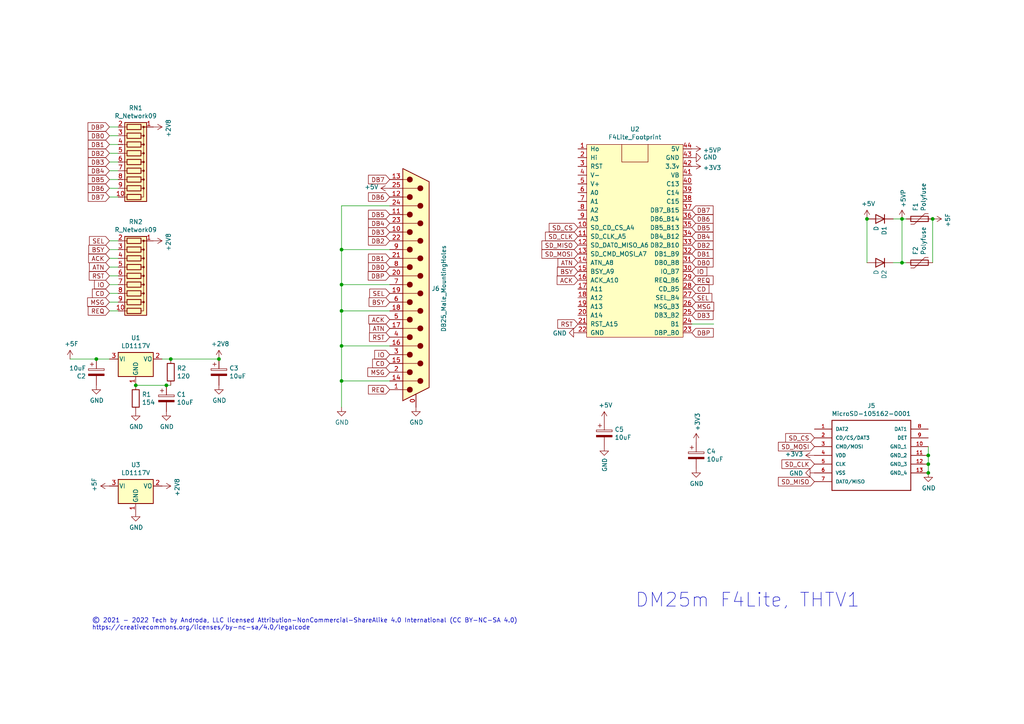
<source format=kicad_sch>
(kicad_sch (version 20211123) (generator eeschema)
  (paper "A4")
  (lib_symbols
    (symbol "Connector:DB25_Male_MountingHoles" (pin_names (offset 1.016) hide)
      (property "Reference" "J" (at 0 36.83 0))
      (property "Value" "DB25_Male_MountingHoles" (at 0 34.925 0))
      (symbol "DB25_Male_MountingHoles_0_1"
        (circle (center -1.778 -30.48) (radius 0.762) (fill (type outline)))
        (circle (center -1.778 -25.4) (radius 0.762) (fill (type outline)))
        (circle (center -1.778 -20.32) (radius 0.762) (fill (type outline)))
        (circle (center -1.778 -15.24) (radius 0.762) (fill (type outline)))
        (circle (center -1.778 -10.16) (radius 0.762) (fill (type outline)))
        (circle (center -1.778 -5.08) (radius 0.762) (fill (type outline)))
        (circle (center -1.778 0) (radius 0.762) (fill (type outline)))
        (circle (center -1.778 5.08) (radius 0.762) (fill (type outline)))
        (circle (center -1.778 10.16) (radius 0.762) (fill (type outline)))
        (circle (center -1.778 15.24) (radius 0.762) (fill (type outline)))
        (circle (center -1.778 20.32) (radius 0.762) (fill (type outline)))
        (circle (center -1.778 25.4) (radius 0.762) (fill (type outline)))
        (circle (center -1.778 30.48) (radius 0.762) (fill (type outline)))
        (polyline (pts (xy -3.81 -30.48) (xy -2.54 -30.48)))
        (polyline (pts (xy -3.81 -27.94) (xy 0.508 -27.94)))
        (polyline (pts (xy -3.81 -25.4) (xy -2.54 -25.4)))
        (polyline (pts (xy -3.81 -22.86) (xy 0.508 -22.86)))
        (polyline (pts (xy -3.81 -20.32) (xy -2.54 -20.32)))
        (polyline (pts (xy -3.81 -17.78) (xy 0.508 -17.78)))
        (polyline (pts (xy -3.81 -15.24) (xy -2.54 -15.24)))
        (polyline (pts (xy -3.81 -12.7) (xy 0.508 -12.7)))
        (polyline (pts (xy -3.81 -10.16) (xy -2.54 -10.16)))
        (polyline (pts (xy -3.81 -7.62) (xy 0.508 -7.62)))
        (polyline (pts (xy -3.81 -5.08) (xy -2.54 -5.08)))
        (polyline (pts (xy -3.81 -2.54) (xy 0.508 -2.54)))
        (polyline (pts (xy -3.81 0) (xy -2.54 0)))
        (polyline (pts (xy -3.81 2.54) (xy 0.508 2.54)))
        (polyline (pts (xy -3.81 5.08) (xy -2.54 5.08)))
        (polyline (pts (xy -3.81 7.62) (xy 0.508 7.62)))
        (polyline (pts (xy -3.81 10.16) (xy -2.54 10.16)))
        (polyline (pts (xy -3.81 12.7) (xy 0.508 12.7)))
        (polyline (pts (xy -3.81 15.24) (xy -2.54 15.24)))
        (polyline (pts (xy -3.81 17.78) (xy 0.508 17.78)))
        (polyline (pts (xy -3.81 20.32) (xy -2.54 20.32)))
        (polyline (pts (xy -3.81 22.86) (xy 0.508 22.86)))
        (polyline (pts (xy -3.81 25.4) (xy -2.54 25.4)))
        (polyline (pts (xy -3.81 27.94) (xy 0.508 27.94)))
        (polyline (pts (xy -3.81 30.48) (xy -2.54 30.48)))
        (polyline (pts (xy -3.81 -33.655) (xy 3.81 -29.845) (xy 3.81 29.845) (xy -3.81 33.655) (xy -3.81 -33.655)) (stroke (width 0.254)) (fill (type background)))
        (circle (center 1.27 -27.94) (radius 0.762) (fill (type outline)))
        (circle (center 1.27 -22.86) (radius 0.762) (fill (type outline)))
        (circle (center 1.27 -17.78) (radius 0.762) (fill (type outline)))
        (circle (center 1.27 -12.7) (radius 0.762) (fill (type outline)))
        (circle (center 1.27 -7.62) (radius 0.762) (fill (type outline)))
        (circle (center 1.27 -2.54) (radius 0.762) (fill (type outline)))
        (circle (center 1.27 2.54) (radius 0.762) (fill (type outline)))
        (circle (center 1.27 7.62) (radius 0.762) (fill (type outline)))
        (circle (center 1.27 12.7) (radius 0.762) (fill (type outline)))
        (circle (center 1.27 17.78) (radius 0.762) (fill (type outline)))
        (circle (center 1.27 22.86) (radius 0.762) (fill (type outline)))
        (circle (center 1.27 27.94) (radius 0.762) (fill (type outline)))
      )
      (symbol "DB25_Male_MountingHoles_1_1"
        (pin passive line (at 0 -35.56 90) (length 3.81) (name "PAD") (number "0"))
        (pin passive line (at -7.62 -30.48 0) (length 3.81) (name "1") (number "1"))
        (pin passive line (at -7.62 15.24 0) (length 3.81) (name "10") (number "10"))
        (pin passive line (at -7.62 20.32 0) (length 3.81) (name "11") (number "11"))
        (pin passive line (at -7.62 25.4 0) (length 3.81) (name "12") (number "12"))
        (pin passive line (at -7.62 30.48 0) (length 3.81) (name "13") (number "13"))
        (pin passive line (at -7.62 -27.94 0) (length 3.81) (name "P14") (number "14"))
        (pin passive line (at -7.62 -22.86 0) (length 3.81) (name "P15") (number "15"))
        (pin passive line (at -7.62 -17.78 0) (length 3.81) (name "P16") (number "16"))
        (pin passive line (at -7.62 -12.7 0) (length 3.81) (name "P17") (number "17"))
        (pin passive line (at -7.62 -7.62 0) (length 3.81) (name "P18") (number "18"))
        (pin passive line (at -7.62 -2.54 0) (length 3.81) (name "P19") (number "19"))
        (pin passive line (at -7.62 -25.4 0) (length 3.81) (name "2") (number "2"))
        (pin passive line (at -7.62 2.54 0) (length 3.81) (name "P20") (number "20"))
        (pin passive line (at -7.62 7.62 0) (length 3.81) (name "P21") (number "21"))
        (pin passive line (at -7.62 12.7 0) (length 3.81) (name "P22") (number "22"))
        (pin passive line (at -7.62 17.78 0) (length 3.81) (name "P23") (number "23"))
        (pin passive line (at -7.62 22.86 0) (length 3.81) (name "P24") (number "24"))
        (pin passive line (at -7.62 27.94 0) (length 3.81) (name "P25") (number "25"))
        (pin passive line (at -7.62 -20.32 0) (length 3.81) (name "3") (number "3"))
        (pin passive line (at -7.62 -15.24 0) (length 3.81) (name "4") (number "4"))
        (pin passive line (at -7.62 -10.16 0) (length 3.81) (name "5") (number "5"))
        (pin passive line (at -7.62 -5.08 0) (length 3.81) (name "6") (number "6"))
        (pin passive line (at -7.62 0 0) (length 3.81) (name "7") (number "7"))
        (pin passive line (at -7.62 5.08 0) (length 3.81) (name "8") (number "8"))
        (pin passive line (at -7.62 10.16 0) (length 3.81) (name "9") (number "9"))
      )
    )
    (symbol "Device:CP" (pin_numbers hide) (pin_names (offset 0.254))
      (property "Reference" "C" (at 0.635 2.54 0))
      (property "Value" "Device_CP" (at 0.635 -2.54 0))
      (symbol "CP_0_1"
        (rectangle (start -2.286 0.508) (end 2.286 1.016))
        (polyline (pts (xy -1.778 2.286) (xy -0.762 2.286)))
        (polyline (pts (xy -1.27 2.794) (xy -1.27 1.778)))
        (rectangle (start 2.286 -0.508) (end -2.286 -1.016) (fill (type outline)))
      )
      (symbol "CP_1_1"
        (pin passive line (at 0 3.81 270) (length 2.794) (name "~") (number "1"))
        (pin passive line (at 0 -3.81 90) (length 2.794) (name "~") (number "2"))
      )
    )
    (symbol "Device:D" (pin_numbers hide) (pin_names (offset 1.016) hide)
      (property "Reference" "D" (at 0 2.54 0))
      (property "Value" "D" (at 0 -2.54 0))
      (symbol "D_0_1"
        (polyline (pts (xy -1.27 1.27) (xy -1.27 -1.27)) (stroke (width 0.254)))
        (polyline (pts (xy 1.27 0) (xy -1.27 0)))
        (polyline (pts (xy 1.27 1.27) (xy 1.27 -1.27) (xy -1.27 0) (xy 1.27 1.27)) (stroke (width 0.254)))
      )
      (symbol "D_1_1"
        (pin passive line (at -3.81 0 0) (length 2.54) (name "K") (number "1"))
        (pin passive line (at 3.81 0 180) (length 2.54) (name "A") (number "2"))
      )
    )
    (symbol "Device:Polyfuse" (pin_numbers hide) (pin_names (offset 0))
      (property "Reference" "F" (at -2.54 0 90))
      (property "Value" "Polyfuse" (at 2.54 0 90))
      (symbol "Polyfuse_0_1"
        (rectangle (start -0.762 2.54) (end 0.762 -2.54) (stroke (width 0.254)))
        (polyline (pts (xy 0 2.54) (xy 0 -2.54)))
        (polyline (pts (xy -1.524 2.54) (xy -1.524 1.524) (xy 1.524 -1.524) (xy 1.524 -2.54)))
      )
      (symbol "Polyfuse_1_1"
        (pin passive line (at 0 3.81 270) (length 1.27) (name "~") (number "1"))
        (pin passive line (at 0 -3.81 90) (length 1.27) (name "~") (number "2"))
      )
    )
    (symbol "Device:R" (pin_numbers hide) (pin_names (offset 0))
      (property "Reference" "R" (at 2.032 0 90))
      (property "Value" "R" (at 0 0 90))
      (symbol "R_0_1"
        (rectangle (start -1.016 -2.54) (end 1.016 2.54) (stroke (width 0.254)))
      )
      (symbol "R_1_1"
        (pin passive line (at 0 3.81 270) (length 1.27) (name "~") (number "1"))
        (pin passive line (at 0 -3.81 90) (length 1.27) (name "~") (number "2"))
      )
    )
    (symbol "Device:R_Network09" (pin_names (offset 0) hide)
      (property "Reference" "RN" (at -12.7 0 90))
      (property "Value" "R_Network09" (at 12.7 0 90))
      (symbol "R_Network09_0_1"
        (rectangle (start -11.43 -3.175) (end 11.43 3.175) (stroke (width 0.254)) (fill (type background)))
        (rectangle (start -10.922 1.524) (end -9.398 -2.54) (stroke (width 0.254)))
        (circle (center -10.16 2.286) (radius 0.254) (fill (type outline)))
        (rectangle (start -8.382 1.524) (end -6.858 -2.54) (stroke (width 0.254)))
        (circle (center -7.62 2.286) (radius 0.254) (fill (type outline)))
        (rectangle (start -5.842 1.524) (end -4.318 -2.54) (stroke (width 0.254)))
        (circle (center -5.08 2.286) (radius 0.254) (fill (type outline)))
        (rectangle (start -3.302 1.524) (end -1.778 -2.54) (stroke (width 0.254)))
        (circle (center -2.54 2.286) (radius 0.254) (fill (type outline)))
        (rectangle (start -0.762 1.524) (end 0.762 -2.54) (stroke (width 0.254)))
        (polyline (pts (xy -10.16 -2.54) (xy -10.16 -3.81)))
        (polyline (pts (xy -7.62 -2.54) (xy -7.62 -3.81)))
        (polyline (pts (xy -5.08 -2.54) (xy -5.08 -3.81)))
        (polyline (pts (xy -2.54 -2.54) (xy -2.54 -3.81)))
        (polyline (pts (xy 0 -2.54) (xy 0 -3.81)))
        (polyline (pts (xy 2.54 -2.54) (xy 2.54 -3.81)))
        (polyline (pts (xy 5.08 -2.54) (xy 5.08 -3.81)))
        (polyline (pts (xy 7.62 -2.54) (xy 7.62 -3.81)))
        (polyline (pts (xy 10.16 -2.54) (xy 10.16 -3.81)))
        (polyline (pts (xy -10.16 1.524) (xy -10.16 2.286) (xy -7.62 2.286) (xy -7.62 1.524)))
        (polyline (pts (xy -7.62 1.524) (xy -7.62 2.286) (xy -5.08 2.286) (xy -5.08 1.524)))
        (polyline (pts (xy -5.08 1.524) (xy -5.08 2.286) (xy -2.54 2.286) (xy -2.54 1.524)))
        (polyline (pts (xy -2.54 1.524) (xy -2.54 2.286) (xy 0 2.286) (xy 0 1.524)))
        (polyline (pts (xy 0 1.524) (xy 0 2.286) (xy 2.54 2.286) (xy 2.54 1.524)))
        (polyline (pts (xy 2.54 1.524) (xy 2.54 2.286) (xy 5.08 2.286) (xy 5.08 1.524)))
        (polyline (pts (xy 5.08 1.524) (xy 5.08 2.286) (xy 7.62 2.286) (xy 7.62 1.524)))
        (polyline (pts (xy 7.62 1.524) (xy 7.62 2.286) (xy 10.16 2.286) (xy 10.16 1.524)))
        (circle (center 0 2.286) (radius 0.254) (fill (type outline)))
        (rectangle (start 1.778 1.524) (end 3.302 -2.54) (stroke (width 0.254)))
        (circle (center 2.54 2.286) (radius 0.254) (fill (type outline)))
        (rectangle (start 4.318 1.524) (end 5.842 -2.54) (stroke (width 0.254)))
        (circle (center 5.08 2.286) (radius 0.254) (fill (type outline)))
        (rectangle (start 6.858 1.524) (end 8.382 -2.54) (stroke (width 0.254)))
        (circle (center 7.62 2.286) (radius 0.254) (fill (type outline)))
        (rectangle (start 9.398 1.524) (end 10.922 -2.54) (stroke (width 0.254)))
      )
      (symbol "R_Network09_1_1"
        (pin passive line (at -10.16 5.08 270) (length 2.54) (name "common") (number "1"))
        (pin passive line (at 10.16 -5.08 90) (length 1.27) (name "R9") (number "10"))
        (pin passive line (at -10.16 -5.08 90) (length 1.27) (name "R1") (number "2"))
        (pin passive line (at -7.62 -5.08 90) (length 1.27) (name "R2") (number "3"))
        (pin passive line (at -5.08 -5.08 90) (length 1.27) (name "R3") (number "4"))
        (pin passive line (at -2.54 -5.08 90) (length 1.27) (name "R4") (number "5"))
        (pin passive line (at 0 -5.08 90) (length 1.27) (name "R5") (number "6"))
        (pin passive line (at 2.54 -5.08 90) (length 1.27) (name "R6") (number "7"))
        (pin passive line (at 5.08 -5.08 90) (length 1.27) (name "R7") (number "8"))
        (pin passive line (at 7.62 -5.08 90) (length 1.27) (name "R8") (number "9"))
      )
    )
    (symbol "Regulator_Linear:LD1117VCD-2.85" (pin_names (offset 0.254))
      (property "Reference" "U" (at -3.81 3.175 0))
      (property "Value" "LD1117VCD-2.85" (at 0 3.175 0))
      (symbol "LD1117VCD-2.85_0_1"
        (rectangle (start -5.08 -5.08) (end 5.08 1.905) (stroke (width 0.254)) (fill (type background)))
      )
      (symbol "LD1117VCD-2.85_1_1"
        (pin power_in line (at 0 -7.62 90) (length 2.54) (name "GND") (number "1"))
        (pin power_out line (at 7.62 0 180) (length 2.54) (name "VO") (number "2"))
        (pin power_in line (at -7.62 0 0) (length 2.54) (name "VI") (number "3"))
      )
    )
    (symbol "custom_symbols:+5V_TPWR" (power) (pin_names (offset 0))
      (property "Value" "custom_symbols_+5V_TPWR" (at 0 3.556 0))
      (symbol "+5V_TPWR_0_1"
        (polyline (pts (xy -0.762 1.27) (xy 0 2.54)))
        (polyline (pts (xy 0 0) (xy 0 2.54)))
        (polyline (pts (xy 0 2.54) (xy 0.762 1.27)))
      )
      (symbol "+5V_TPWR_1_1"
        (pin power_in line (at 0 0 90) (length 0) hide (name "+5V") (number "1"))
      )
    )
    (symbol "custom_symbols:F4Lite_Footprint" (pin_names (offset 1.016))
      (property "Reference" "U" (at 0 0 0))
      (property "Value" "custom_symbols_F4Lite_Footprint" (at 0 2.54 0))
      (symbol "F4Lite_Footprint_0_1"
        (rectangle (start -13.97 -3.81) (end 13.97 -59.69) (fill (type background)))
        (polyline (pts (xy -3.81 -3.81) (xy -3.81 -8.89) (xy 3.81 -8.89) (xy 3.81 -3.81)))
      )
      (symbol "F4Lite_Footprint_1_1"
        (pin input line (at -16.51 -5.08 0) (length 2.54) (name "Ho") (number "1"))
        (pin input line (at -16.51 -27.94 0) (length 2.54) (name "SD_CD_CS_A4") (number "10"))
        (pin input line (at -16.51 -30.48 0) (length 2.54) (name "SD_CLK_A5") (number "11"))
        (pin input line (at -16.51 -33.02 0) (length 2.54) (name "SD_DAT0_MISO_A6") (number "12"))
        (pin input line (at -16.51 -35.56 0) (length 2.54) (name "SD_CMD_MOSI_A7") (number "13"))
        (pin input line (at -16.51 -38.1 0) (length 2.54) (name "ATN_A8") (number "14"))
        (pin input line (at -16.51 -40.64 0) (length 2.54) (name "BSY_A9") (number "15"))
        (pin input line (at -16.51 -43.18 0) (length 2.54) (name "ACK_A10") (number "16"))
        (pin input line (at -16.51 -45.72 0) (length 2.54) (name "A11") (number "17"))
        (pin input line (at -16.51 -48.26 0) (length 2.54) (name "A12") (number "18"))
        (pin input line (at -16.51 -50.8 0) (length 2.54) (name "A13") (number "19"))
        (pin input line (at -16.51 -7.62 0) (length 2.54) (name "Hi") (number "2"))
        (pin input line (at -16.51 -53.34 0) (length 2.54) (name "A14") (number "20"))
        (pin input line (at -16.51 -55.88 0) (length 2.54) (name "RST_A15") (number "21"))
        (pin input line (at -16.51 -58.42 0) (length 2.54) (name "GND") (number "22"))
        (pin input line (at 16.51 -58.42 180) (length 2.54) (name "DBP_B0") (number "23"))
        (pin input line (at 16.51 -55.88 180) (length 2.54) (name "B1") (number "24"))
        (pin input line (at 16.51 -53.34 180) (length 2.54) (name "DB3_B2") (number "25"))
        (pin input line (at 16.51 -50.8 180) (length 2.54) (name "MSG_B3") (number "26"))
        (pin input line (at 16.51 -48.26 180) (length 2.54) (name "SEL_B4") (number "27"))
        (pin input line (at 16.51 -45.72 180) (length 2.54) (name "CD_B5") (number "28"))
        (pin input line (at 16.51 -43.18 180) (length 2.54) (name "REQ_B6") (number "29"))
        (pin input line (at -16.51 -10.16 0) (length 2.54) (name "RST") (number "3"))
        (pin input line (at 16.51 -40.64 180) (length 2.54) (name "IO_B7") (number "30"))
        (pin input line (at 16.51 -38.1 180) (length 2.54) (name "DB0_B8") (number "31"))
        (pin input line (at 16.51 -35.56 180) (length 2.54) (name "DB1_B9") (number "32"))
        (pin input line (at 16.51 -33.02 180) (length 2.54) (name "DB2_B10") (number "33"))
        (pin input line (at 16.51 -30.48 180) (length 2.54) (name "DB4_B12") (number "34"))
        (pin input line (at 16.51 -27.94 180) (length 2.54) (name "DB5_B13") (number "35"))
        (pin input line (at 16.51 -25.4 180) (length 2.54) (name "DB6_B14") (number "36"))
        (pin input line (at 16.51 -22.86 180) (length 2.54) (name "DB7_B15") (number "37"))
        (pin input line (at 16.51 -20.32 180) (length 2.54) (name "C15") (number "38"))
        (pin input line (at 16.51 -17.78 180) (length 2.54) (name "C14") (number "39"))
        (pin input line (at -16.51 -12.7 0) (length 2.54) (name "V-") (number "4"))
        (pin input line (at 16.51 -15.24 180) (length 2.54) (name "C13") (number "40"))
        (pin input line (at 16.51 -12.7 180) (length 2.54) (name "VB") (number "41"))
        (pin input line (at 16.51 -10.16 180) (length 2.54) (name "3.3v") (number "42"))
        (pin input line (at 16.51 -7.62 180) (length 2.54) (name "GND") (number "43"))
        (pin input line (at 16.51 -5.08 180) (length 2.54) (name "5V") (number "44"))
        (pin input line (at -16.51 -15.24 0) (length 2.54) (name "V+") (number "5"))
        (pin input line (at -16.51 -17.78 0) (length 2.54) (name "A0") (number "6"))
        (pin input line (at -16.51 -20.32 0) (length 2.54) (name "A1") (number "7"))
        (pin input line (at -16.51 -22.86 0) (length 2.54) (name "A2") (number "8"))
        (pin input line (at -16.51 -25.4 0) (length 2.54) (name "A3") (number "9"))
      )
    )
    (symbol "custom_symbols:MicroSD-105162-0001" (pin_names (offset 1.016))
      (property "Reference" "J" (at 29.21 7.62 0))
      (property "Value" "custom_symbols_MicroSD-105162-0001" (at 29.21 5.08 0))
      (symbol "MicroSD-105162-0001_0_0"
        (polyline (pts (xy 5.08 2.54) (xy 5.08 -17.78)) (stroke (width 0.254)))
        (polyline (pts (xy 5.08 2.54) (xy 27.94 2.54)) (stroke (width 0.254)))
        (polyline (pts (xy 27.94 -17.78) (xy 5.08 -17.78)) (stroke (width 0.254)))
        (polyline (pts (xy 27.94 -17.78) (xy 27.94 2.54)) (stroke (width 0.254)))
        (pin bidirectional line (at 0 0 0) (length 5.08) (name "DAT2") (number "1"))
        (pin bidirectional line (at 33.02 -5.08 180) (length 5.08) (name "GND_1") (number "10"))
        (pin bidirectional line (at 33.02 -7.62 180) (length 5.08) (name "GND_2") (number "11"))
        (pin bidirectional line (at 33.02 -10.16 180) (length 5.08) (name "GND_3") (number "12"))
        (pin bidirectional line (at 33.02 -12.7 180) (length 5.08) (name "GND_4") (number "13"))
        (pin bidirectional line (at 0 -2.54 0) (length 5.08) (name "CD/CS/DAT3") (number "2"))
        (pin bidirectional line (at 0 -5.08 0) (length 5.08) (name "CMD/MOSI") (number "3"))
        (pin bidirectional line (at 0 -7.62 0) (length 5.08) (name "VDD") (number "4"))
        (pin bidirectional line (at 0 -10.16 0) (length 5.08) (name "CLK") (number "5"))
        (pin bidirectional line (at 0 -12.7 0) (length 5.08) (name "VSS") (number "6"))
        (pin bidirectional line (at 0 -15.24 0) (length 5.08) (name "DAT0/MISO") (number "7"))
        (pin bidirectional line (at 33.02 0 180) (length 5.08) (name "DAT1") (number "8"))
        (pin bidirectional line (at 33.02 -2.54 180) (length 5.08) (name "DET") (number "9"))
      )
    )
    (symbol "power:+2V8" (power) (pin_names (offset 0))
      (property "Value" "+2V8" (at 0 3.556 0))
      (symbol "+2V8_0_1"
        (polyline (pts (xy -0.762 1.27) (xy 0 2.54)))
        (polyline (pts (xy 0 0) (xy 0 2.54)))
        (polyline (pts (xy 0 2.54) (xy 0.762 1.27)))
      )
      (symbol "+2V8_1_1"
        (pin power_in line (at 0 0 90) (length 0) hide (name "+2V8") (number "1"))
      )
    )
    (symbol "power:+3V3" (power) (pin_names (offset 0))
      (property "Value" "+3V3" (at 0 3.556 0))
      (symbol "+3V3_0_1"
        (polyline (pts (xy -0.762 1.27) (xy 0 2.54)))
        (polyline (pts (xy 0 0) (xy 0 2.54)))
        (polyline (pts (xy 0 2.54) (xy 0.762 1.27)))
      )
      (symbol "+3V3_1_1"
        (pin power_in line (at 0 0 90) (length 0) hide (name "+3V3") (number "1"))
      )
    )
    (symbol "power:+5F" (power) (pin_names (offset 0))
      (property "Value" "+5F" (at 0 3.556 0))
      (symbol "+5F_0_1"
        (polyline (pts (xy -0.762 1.27) (xy 0 2.54)))
        (polyline (pts (xy 0 0) (xy 0 2.54)))
        (polyline (pts (xy 0 2.54) (xy 0.762 1.27)))
      )
      (symbol "+5F_1_1"
        (pin power_in line (at 0 0 90) (length 0) hide (name "+5F") (number "1"))
      )
    )
    (symbol "power:+5VP" (power) (pin_names (offset 0))
      (property "Value" "+5VP" (at 0 3.556 0))
      (symbol "+5VP_0_1"
        (polyline (pts (xy -0.762 1.27) (xy 0 2.54)))
        (polyline (pts (xy 0 0) (xy 0 2.54)))
        (polyline (pts (xy 0 2.54) (xy 0.762 1.27)))
      )
      (symbol "+5VP_1_1"
        (pin power_in line (at 0 0 90) (length 0) hide (name "+5VP") (number "1"))
      )
    )
    (symbol "power:GND" (power) (pin_names (offset 0))
      (property "Value" "GND" (at 0 -3.81 0))
      (symbol "GND_0_1"
        (polyline (pts (xy 0 0) (xy 0 -1.27) (xy 1.27 -1.27) (xy 0 -2.54) (xy -1.27 -1.27) (xy 0 -1.27)))
      )
      (symbol "GND_1_1"
        (pin power_in line (at 0 0 270) (length 0) hide (name "GND") (number "1"))
      )
    )
  )
  (junction (at 269.24 137.16))
  (junction (at 99.06 100.33))
  (junction (at 261.62 76.2))
  (junction (at 261.62 63.5))
  (junction (at 63.5 104.14))
  (junction (at 269.24 132.08))
  (junction (at 269.24 134.62))
  (junction (at 49.53 104.14))
  (junction (at 99.06 72.39))
  (junction (at 99.06 82.55))
  (junction (at 39.37 111.76))
  (junction (at 27.94 104.14))
  (junction (at 251.46 63.5))
  (junction (at 270.51 63.5))
  (junction (at 99.06 110.49))
  (junction (at 48.26 111.76))
  (junction (at 99.06 90.17))
  (wire (pts (xy 34.29 41.91) (xy 31.75 41.91)))
  (wire (pts (xy 34.29 44.45) (xy 31.75 44.45)))
  (wire (pts (xy 270.51 63.5) (xy 270.51 76.2)))
  (wire (pts (xy 99.06 110.49) (xy 99.06 118.11)))
  (wire (pts (xy 261.62 76.2) (xy 262.89 76.2)))
  (wire (pts (xy 46.99 104.14) (xy 49.53 104.14)))
  (wire (pts (xy 34.29 36.83) (xy 31.75 36.83)))
  (wire (pts (xy 34.29 57.15) (xy 31.75 57.15)))
  (wire (pts (xy 34.29 39.37) (xy 31.75 39.37)))
  (wire (pts (xy 31.75 87.63) (xy 34.29 87.63)))
  (wire (pts (xy 34.29 52.07) (xy 31.75 52.07)))
  (wire (pts (xy 200.66 93.98) (xy 207.01 93.98)))
  (wire (pts (xy 99.06 100.33) (xy 99.06 110.49)))
  (wire (pts (xy 251.46 63.5) (xy 251.46 76.2)))
  (wire (pts (xy 113.03 110.49) (xy 99.06 110.49)))
  (wire (pts (xy 269.24 132.08) (xy 269.24 134.62)))
  (wire (pts (xy 34.29 54.61) (xy 31.75 54.61)))
  (wire (pts (xy 261.62 63.5) (xy 261.62 76.2)))
  (wire (pts (xy 99.06 59.69) (xy 99.06 72.39)))
  (wire (pts (xy 27.94 104.14) (xy 20.32 104.14)))
  (wire (pts (xy 31.75 90.17) (xy 34.29 90.17)))
  (wire (pts (xy 113.03 72.39) (xy 99.06 72.39)))
  (wire (pts (xy 269.24 129.54) (xy 269.24 132.08)))
  (wire (pts (xy 31.75 104.14) (xy 27.94 104.14)))
  (wire (pts (xy 49.53 104.14) (xy 63.5 104.14)))
  (wire (pts (xy 269.24 134.62) (xy 269.24 137.16)))
  (wire (pts (xy 261.62 63.5) (xy 262.89 63.5)))
  (wire (pts (xy 113.03 100.33) (xy 99.06 100.33)))
  (wire (pts (xy 34.29 46.99) (xy 31.75 46.99)))
  (wire (pts (xy 49.53 111.76) (xy 48.26 111.76)))
  (wire (pts (xy 31.75 85.09) (xy 34.29 85.09)))
  (wire (pts (xy 31.75 82.55) (xy 34.29 82.55)))
  (wire (pts (xy 99.06 90.17) (xy 99.06 100.33)))
  (wire (pts (xy 31.75 77.47) (xy 34.29 77.47)))
  (wire (pts (xy 259.08 63.5) (xy 261.62 63.5)))
  (wire (pts (xy 113.03 90.17) (xy 99.06 90.17)))
  (wire (pts (xy 31.75 72.39) (xy 34.29 72.39)))
  (wire (pts (xy 113.03 59.69) (xy 99.06 59.69)))
  (wire (pts (xy 31.75 69.85) (xy 34.29 69.85)))
  (wire (pts (xy 31.75 74.93) (xy 34.29 74.93)))
  (wire (pts (xy 259.08 76.2) (xy 261.62 76.2)))
  (wire (pts (xy 31.75 80.01) (xy 34.29 80.01)))
  (wire (pts (xy 113.03 82.55) (xy 99.06 82.55)))
  (wire (pts (xy 48.26 111.76) (xy 39.37 111.76)))
  (wire (pts (xy 99.06 72.39) (xy 99.06 82.55)))
  (wire (pts (xy 99.06 82.55) (xy 99.06 90.17)))
  (wire (pts (xy 34.29 49.53) (xy 31.75 49.53)))
  (text "© 2021 - 2022 Tech by Androda, LLC licensed Attribution-NonCommercial-ShareAlike 4.0 International (CC BY-NC-SA 4.0)\nhttps://creativecommons.org/licenses/by-nc-sa/4.0/legalcode" (at 26.67 182.88 0) (effects (font (size 1.27 1.27)) (justify left bottom)))
  (text "DM25m F4Lite, THTV1" (at 184.15 176.53 0) (effects (font (size 4 4)) (justify left bottom)))
  (global_label "DB7" (shape input) (at 113.03 52.07 180) (property "Intersheet References" "${INTERSHEET_REFS}" (effects hide)))
  (global_label "SD_CS" (shape input) (at 167.64 66.04 180) (property "Intersheet References" "${INTERSHEET_REFS}" (effects hide)))
  (global_label "DB3" (shape input) (at 200.66 91.44 0) (property "Intersheet References" "${INTERSHEET_REFS}" (effects hide)))
  (global_label "SD_CLK" (shape input) (at 236.22 134.62 180) (property "Intersheet References" "${INTERSHEET_REFS}" (effects hide)))
  (global_label "ACK" (shape input) (at 167.64 81.28 180) (property "Intersheet References" "${INTERSHEET_REFS}" (effects hide)))
  (global_label "DB0" (shape input) (at 200.66 76.2 0) (property "Intersheet References" "${INTERSHEET_REFS}" (effects hide)))
  (global_label "DB4" (shape input) (at 31.75 49.53 180) (property "Intersheet References" "${INTERSHEET_REFS}" (effects hide)))
  (global_label "CD" (shape input) (at 113.03 105.41 180) (property "Intersheet References" "${INTERSHEET_REFS}" (effects hide)))
  (global_label "DB3" (shape input) (at 31.75 46.99 180) (property "Intersheet References" "${INTERSHEET_REFS}" (effects hide)))
  (global_label "SEL" (shape input) (at 200.66 86.36 0) (property "Intersheet References" "${INTERSHEET_REFS}" (effects hide)))
  (global_label "DB4" (shape input) (at 200.66 68.58 0) (property "Intersheet References" "${INTERSHEET_REFS}" (effects hide)))
  (global_label "SEL" (shape input) (at 31.75 69.85 180) (property "Intersheet References" "${INTERSHEET_REFS}" (effects hide)))
  (global_label "DBP" (shape input) (at 113.03 80.01 180) (property "Intersheet References" "${INTERSHEET_REFS}" (effects hide)))
  (global_label "IO" (shape input) (at 200.66 78.74 0) (property "Intersheet References" "${INTERSHEET_REFS}" (effects hide)))
  (global_label "SD_MOSI" (shape input) (at 167.64 73.66 180) (property "Intersheet References" "${INTERSHEET_REFS}" (effects hide)))
  (global_label "REQ" (shape input) (at 31.75 90.17 180) (property "Intersheet References" "${INTERSHEET_REFS}" (effects hide)))
  (global_label "DB2" (shape input) (at 113.03 69.85 180) (property "Intersheet References" "${INTERSHEET_REFS}" (effects hide)))
  (global_label "SD_CLK" (shape input) (at 167.64 68.58 180) (property "Intersheet References" "${INTERSHEET_REFS}" (effects hide)))
  (global_label "ATN" (shape input) (at 113.03 95.25 180) (property "Intersheet References" "${INTERSHEET_REFS}" (effects hide)))
  (global_label "BSY" (shape input) (at 167.64 78.74 180) (property "Intersheet References" "${INTERSHEET_REFS}" (effects hide)))
  (global_label "DB5" (shape input) (at 113.03 62.23 180) (property "Intersheet References" "${INTERSHEET_REFS}" (effects hide)))
  (global_label "MSG" (shape input) (at 113.03 107.95 180) (property "Intersheet References" "${INTERSHEET_REFS}" (effects hide)))
  (global_label "SEL" (shape input) (at 113.03 85.09 180) (property "Intersheet References" "${INTERSHEET_REFS}" (effects hide)))
  (global_label "DB1" (shape input) (at 200.66 73.66 0) (property "Intersheet References" "${INTERSHEET_REFS}" (effects hide)))
  (global_label "BSY" (shape input) (at 113.03 87.63 180) (property "Intersheet References" "${INTERSHEET_REFS}" (effects hide)))
  (global_label "DB6" (shape input) (at 31.75 54.61 180) (property "Intersheet References" "${INTERSHEET_REFS}" (effects hide)))
  (global_label "DB1" (shape input) (at 31.75 41.91 180) (property "Intersheet References" "${INTERSHEET_REFS}" (effects hide)))
  (global_label "SD_MISO" (shape input) (at 236.22 139.7 180) (property "Intersheet References" "${INTERSHEET_REFS}" (effects hide)))
  (global_label "DB5" (shape input) (at 31.75 52.07 180) (property "Intersheet References" "${INTERSHEET_REFS}" (effects hide)))
  (global_label "DB2" (shape input) (at 200.66 71.12 0) (property "Intersheet References" "${INTERSHEET_REFS}" (effects hide)))
  (global_label "IO" (shape input) (at 31.75 82.55 180) (property "Intersheet References" "${INTERSHEET_REFS}" (effects hide)))
  (global_label "DB3" (shape input) (at 113.03 67.31 180) (property "Intersheet References" "${INTERSHEET_REFS}" (effects hide)))
  (global_label "REQ" (shape input) (at 200.66 81.28 0) (property "Intersheet References" "${INTERSHEET_REFS}" (effects hide)))
  (global_label "DB4" (shape input) (at 113.03 64.77 180) (property "Intersheet References" "${INTERSHEET_REFS}" (effects hide)))
  (global_label "DB0" (shape input) (at 31.75 39.37 180) (property "Intersheet References" "${INTERSHEET_REFS}" (effects hide)))
  (global_label "BSY" (shape input) (at 31.75 72.39 180) (property "Intersheet References" "${INTERSHEET_REFS}" (effects hide)))
  (global_label "RST" (shape input) (at 167.64 93.98 180) (property "Intersheet References" "${INTERSHEET_REFS}" (effects hide)))
  (global_label "ACK" (shape input) (at 31.75 74.93 180) (property "Intersheet References" "${INTERSHEET_REFS}" (effects hide)))
  (global_label "SD_CS" (shape input) (at 236.22 127 180) (property "Intersheet References" "${INTERSHEET_REFS}" (effects hide)))
  (global_label "RST" (shape input) (at 113.03 97.79 180) (property "Intersheet References" "${INTERSHEET_REFS}" (effects hide)))
  (global_label "IO" (shape input) (at 113.03 102.87 180) (property "Intersheet References" "${INTERSHEET_REFS}" (effects hide)))
  (global_label "DB2" (shape input) (at 31.75 44.45 180) (property "Intersheet References" "${INTERSHEET_REFS}" (effects hide)))
  (global_label "MSG" (shape input) (at 31.75 87.63 180) (property "Intersheet References" "${INTERSHEET_REFS}" (effects hide)))
  (global_label "REQ" (shape input) (at 113.03 113.03 180) (property "Intersheet References" "${INTERSHEET_REFS}" (effects hide)))
  (global_label "DB5" (shape input) (at 200.66 66.04 0) (property "Intersheet References" "${INTERSHEET_REFS}" (effects hide)))
  (global_label "CD" (shape input) (at 200.66 83.82 0) (property "Intersheet References" "${INTERSHEET_REFS}" (effects hide)))
  (global_label "DB0" (shape input) (at 113.03 77.47 180) (property "Intersheet References" "${INTERSHEET_REFS}" (effects hide)))
  (global_label "DB7" (shape input) (at 200.66 60.96 0) (property "Intersheet References" "${INTERSHEET_REFS}" (effects hide)))
  (global_label "ATN" (shape input) (at 167.64 76.2 180) (property "Intersheet References" "${INTERSHEET_REFS}" (effects hide)))
  (global_label "DBP" (shape input) (at 31.75 36.83 180) (property "Intersheet References" "${INTERSHEET_REFS}" (effects hide)))
  (global_label "DB6" (shape input) (at 200.66 63.5 0) (property "Intersheet References" "${INTERSHEET_REFS}" (effects hide)))
  (global_label "SD_MISO" (shape input) (at 167.64 71.12 180) (property "Intersheet References" "${INTERSHEET_REFS}" (effects hide)))
  (global_label "DB6" (shape input) (at 113.03 57.15 180) (property "Intersheet References" "${INTERSHEET_REFS}" (effects hide)))
  (global_label "SD_MOSI" (shape input) (at 236.22 129.54 180) (property "Intersheet References" "${INTERSHEET_REFS}" (effects hide)))
  (global_label "DB7" (shape input) (at 31.75 57.15 180) (property "Intersheet References" "${INTERSHEET_REFS}" (effects hide)))
  (global_label "MSG" (shape input) (at 200.66 88.9 0) (property "Intersheet References" "${INTERSHEET_REFS}" (effects hide)))
  (global_label "CD" (shape input) (at 31.75 85.09 180) (property "Intersheet References" "${INTERSHEET_REFS}" (effects hide)))
  (global_label "RST" (shape input) (at 31.75 80.01 180) (property "Intersheet References" "${INTERSHEET_REFS}" (effects hide)))
  (global_label "DBP" (shape input) (at 200.66 96.52 0) (property "Intersheet References" "${INTERSHEET_REFS}" (effects hide)))
  (global_label "ATN" (shape input) (at 31.75 77.47 180) (property "Intersheet References" "${INTERSHEET_REFS}" (effects hide)))
  (global_label "ACK" (shape input) (at 113.03 92.71 180) (property "Intersheet References" "${INTERSHEET_REFS}" (effects hide)))
  (global_label "DB1" (shape input) (at 113.03 74.93 180) (property "Intersheet References" "${INTERSHEET_REFS}" (effects hide)))
  (symbol (lib_id "Regulator_Linear:LD1117VCD-2.85") (at 39.37 104.14 0) (unit 1)
    (property "Reference" "U1" (at 39.37 97.9932 0))
    (property "Value" "LD1117V" (at 39.37 100.3046 0))
    (property "Footprint" "Package_TO_SOT_THT:TO-220-3_Horizontal_TabDown" (effects hide))
    (property "Datasheet" "http://www.advanced-monolithic.com/pdf/ds1117.pdf" (effects hide))
  )
  (symbol (lib_id "power:GND") (at 39.37 119.38 0) (unit 1)
    (property "Reference" "#PWR06" (effects hide))
    (property "Value" "GND" (at 39.497 123.7742 0))
  )
  (symbol (lib_id "power:+2V8") (at 63.5 104.14 0) (unit 1)
    (property "Reference" "#PWR08" (effects hide))
    (property "Value" "+2V8" (at 63.881 99.7458 0))
  )
  (symbol (lib_id "Device:CP") (at 63.5 107.95 0) (unit 1)
    (property "Reference" "C3" (at 66.4972 106.7816 0) (effects (justify left)))
    (property "Value" "10uF" (at 66.4972 109.093 0) (effects (justify left)))
    (property "Footprint" "Capacitor_SMD:C_1210_3225Metric_Pad1.42x2.65mm_HandSolder" (effects hide))
  )
  (symbol (lib_id "Device:CP") (at 27.94 107.95 0) (unit 1)
    (property "Reference" "C2" (at 24.9428 109.1184 0) (effects (justify right)))
    (property "Value" "10uF" (at 24.9428 106.807 0) (effects (justify right)))
    (property "Footprint" "Capacitor_SMD:C_1210_3225Metric_Pad1.42x2.65mm_HandSolder" (effects hide))
  )
  (symbol (lib_id "power:GND") (at 27.94 111.76 0) (unit 1)
    (property "Reference" "#PWR03" (effects hide))
    (property "Value" "GND" (at 28.067 116.1542 0))
  )
  (symbol (lib_id "power:GND") (at 63.5 111.76 0) (unit 1)
    (property "Reference" "#PWR07" (effects hide))
    (property "Value" "GND" (at 63.627 116.1542 0))
  )
  (symbol (lib_id "custom_symbols:+5V_TPWR") (at 251.46 63.5 0) (unit 1)
    (property "Reference" "#PWR0103" (effects hide))
    (property "Value" "+5V_TPWR" (at 251.841 59.1058 0))
  )
  (symbol (lib_id "custom_symbols:MicroSD-105162-0001") (at 236.22 124.46 0) (unit 1)
    (property "Reference" "J5" (at 252.73 117.6782 0))
    (property "Value" "MicroSD-105162-0001" (at 252.73 119.9896 0))
    (property "Footprint" "CustomFootprints:microsd_molex_1051620001" (effects hide))
    (property "MANUFACTURER_PART_NUMBER" "105162-0001" (effects hide))
    (property "HEIGHT" "mm" (effects hide))
    (property "MOUSER_PART_NUMBER" "538-105162-0001" (effects hide))
    (property "DESCRIPTION" "Memory Card Connectors 1.45H MICRO SD HEADER WITH D/C PIN" (effects hide))
    (property "MANUFACTURER_NAME" "Molex" (effects hide))
    (property "MOUSER_PRICE-STOCK" "https://www.mouser.co.uk/ProductDetail/Molex/105162-0001?qs=1fNsfHe5VsK8daqlgKxZfQ%3D%3D" (effects hide))
  )
  (symbol (lib_id "power:GND") (at 236.22 137.16 270) (unit 1)
    (property "Reference" "#PWR0109" (effects hide))
    (property "Value" "GND" (at 232.9688 137.287 90) (effects (justify right)))
  )
  (symbol (lib_id "power:GND") (at 269.24 137.16 0) (unit 1)
    (property "Reference" "#PWR0104" (effects hide))
    (property "Value" "GND" (at 269.367 141.5542 0))
  )
  (symbol (lib_id "power:+3V3") (at 236.22 132.08 90) (unit 1)
    (property "Reference" "#PWR0106" (effects hide))
    (property "Value" "+3V3" (at 232.9688 131.699 90) (effects (justify left)))
  )
  (symbol (lib_id "Device:Polyfuse") (at 266.7 63.5 90) (unit 1)
    (property "Reference" "F1" (at 265.5316 61.2648 0) (effects (justify left)))
    (property "Value" "Polyfuse" (at 267.843 61.2648 0) (effects (justify left)))
    (property "Footprint" "CustomFootprints:Fuse_BelFuse_0ZRE0005FF_L8.3mm_W3.8mm" (effects hide))
  )
  (symbol (lib_id "power:+5F") (at 20.32 104.14 0) (unit 1)
    (property "Reference" "#PWR0113" (effects hide))
    (property "Value" "+5F" (at 20.701 99.7458 0))
  )
  (symbol (lib_id "power:+5F") (at 270.51 63.5 270) (unit 1)
    (property "Reference" "#PWR0118" (effects hide))
    (property "Value" "+5F" (at 274.9042 63.881 0))
  )
  (symbol (lib_id "power:+5VP") (at 261.62 63.5 0) (unit 1)
    (property "Reference" "#PWR0119" (effects hide))
    (property "Value" "+5VP" (at 262.001 60.2488 90) (effects (justify left)))
  )
  (symbol (lib_id "Device:R") (at 49.53 107.95 0) (unit 1)
    (property "Reference" "R2" (at 51.308 106.7816 0) (effects (justify left)))
    (property "Value" "120" (at 51.308 109.093 0) (effects (justify left)))
    (property "Footprint" "Resistor_THT:R_Axial_DIN0204_L3.6mm_D1.6mm_P5.08mm_Vertical" (effects hide))
  )
  (symbol (lib_id "Device:R") (at 39.37 115.57 0) (unit 1)
    (property "Reference" "R1" (at 41.148 114.4016 0) (effects (justify left)))
    (property "Value" "154" (at 41.148 116.713 0) (effects (justify left)))
    (property "Footprint" "Resistor_THT:R_Axial_DIN0207_L6.3mm_D2.5mm_P10.16mm_Horizontal" (effects hide))
  )
  (symbol (lib_id "Device:CP") (at 48.26 115.57 0) (unit 1)
    (property "Reference" "C1" (at 51.2572 114.4016 0) (effects (justify left)))
    (property "Value" "10uF" (at 51.2572 116.713 0) (effects (justify left)))
    (property "Footprint" "Capacitor_SMD:C_1210_3225Metric_Pad1.42x2.65mm_HandSolder" (effects hide))
  )
  (symbol (lib_id "power:GND") (at 48.26 119.38 0) (unit 1)
    (property "Reference" "#PWR0102" (effects hide))
    (property "Value" "GND" (at 48.387 123.7742 0))
  )
  (symbol (lib_id "Device:R_Network09") (at 39.37 46.99 270) (unit 1)
    (property "Reference" "RN1" (at 39.37 31.3182 90))
    (property "Value" "R_Network09" (at 39.37 33.6296 90))
    (property "Footprint" "Resistor_THT:R_Array_SIP10" (effects hide))
    (property "Datasheet" "http://www.vishay.com/docs/31509/csc.pdf" (effects hide))
  )
  (symbol (lib_id "Device:R_Network09") (at 39.37 80.01 270) (unit 1)
    (property "Reference" "RN2" (at 39.37 64.3382 90))
    (property "Value" "R_Network09" (at 39.37 66.6496 90))
    (property "Footprint" "Resistor_THT:R_Array_SIP10" (effects hide))
    (property "Datasheet" "http://www.vishay.com/docs/31509/csc.pdf" (effects hide))
  )
  (symbol (lib_id "power:+2V8") (at 44.45 69.85 270) (unit 1)
    (property "Reference" "#PWR0110" (effects hide))
    (property "Value" "+2V8" (at 48.8442 70.231 0))
  )
  (symbol (lib_id "power:+2V8") (at 44.45 36.83 270) (unit 1)
    (property "Reference" "#PWR0111" (effects hide))
    (property "Value" "+2V8" (at 48.8442 37.211 0))
  )
  (symbol (lib_id "Device:D") (at 255.27 63.5 180) (unit 1)
    (property "Reference" "D1" (at 256.4384 65.532 90) (effects (justify left)))
    (property "Value" "D" (at 254.127 65.532 90) (effects (justify left)))
    (property "Footprint" "Diode_THT:D_A-405_P10.16mm_Horizontal" (effects hide))
  )
  (symbol (lib_id "power:+3V3") (at 201.93 128.27 0) (unit 1)
    (property "Reference" "#PWR0107" (effects hide))
    (property "Value" "+3V3" (at 202.311 125.0188 90) (effects (justify left)))
  )
  (symbol (lib_id "power:GND") (at 201.93 135.89 0) (unit 1)
    (property "Reference" "#PWR0112" (effects hide))
    (property "Value" "GND" (at 202.057 140.2842 0))
  )
  (symbol (lib_id "Device:CP") (at 201.93 132.08 0) (unit 1)
    (property "Reference" "C4" (at 204.9272 130.9116 0) (effects (justify left)))
    (property "Value" "10uF" (at 204.9272 133.223 0) (effects (justify left)))
    (property "Footprint" "Capacitor_SMD:C_1210_3225Metric_Pad1.42x2.65mm_HandSolder" (effects hide))
  )
  (symbol (lib_id "custom_symbols:F4Lite_Footprint") (at 184.15 38.1 0) (unit 1)
    (property "Reference" "U2" (at 184.15 37.465 0))
    (property "Value" "F4Lite_Footprint" (at 184.15 39.7764 0))
    (property "Footprint" "CustomFootprints:F4Lite_Footprint" (effects hide))
  )
  (symbol (lib_id "power:+5VP") (at 200.66 43.18 270) (unit 1)
    (property "Reference" "#PWR0105" (effects hide))
    (property "Value" "+5VP" (at 203.9112 43.561 90) (effects (justify left)))
  )
  (symbol (lib_id "power:GND") (at 167.64 96.52 270) (unit 1)
    (property "Reference" "#PWR0114" (effects hide))
    (property "Value" "GND" (at 164.3888 96.647 90) (effects (justify right)))
  )
  (symbol (lib_id "power:+3V3") (at 200.66 48.26 270) (unit 1)
    (property "Reference" "#PWR0115" (effects hide))
    (property "Value" "+3V3" (at 203.9112 48.641 90) (effects (justify left)))
  )
  (symbol (lib_id "power:GND") (at 200.66 45.72 90) (unit 1)
    (property "Reference" "#PWR0116" (effects hide))
    (property "Value" "GND" (at 203.9112 45.593 90) (effects (justify right)))
  )
  (symbol (lib_id "Connector:DB25_Male_MountingHoles") (at 120.65 82.55 0) (unit 1)
    (property "Reference" "J6" (at 126.365 83.693 0))
    (property "Value" "DB25_Male_MountingHoles" (at 128.6764 83.693 90))
    (property "Footprint" "Connector_Dsub:DSUB-25_Male_Horizontal_P2.77x2.84mm_EdgePinOffset7.70mm_Housed_MountingHolesOffset9.12mm" (effects hide))
    (property "Datasheet" " ~" (effects hide))
  )
  (symbol (lib_id "power:GND") (at 120.65 118.11 0) (unit 1)
    (property "Reference" "#PWR0120" (effects hide))
    (property "Value" "GND" (at 120.777 122.5042 0))
  )
  (symbol (lib_id "custom_symbols:+5V_TPWR") (at 113.03 54.61 90) (unit 1)
    (property "Reference" "#PWR0121" (effects hide))
    (property "Value" "+5V_TPWR" (at 109.7788 54.229 90) (effects (justify left)))
  )
  (symbol (lib_id "power:GND") (at 99.06 118.11 0) (unit 1)
    (property "Reference" "#PWR0122" (effects hide))
    (property "Value" "GND" (at 99.187 122.5042 0))
  )
  (symbol (lib_id "power:GND") (at 175.26 129.54 0) (unit 1)
    (property "Reference" "#PWR0123" (effects hide))
    (property "Value" "GND" (at 175.387 132.7912 90) (effects (justify right)))
  )
  (symbol (lib_id "Device:CP") (at 175.26 125.73 0) (unit 1)
    (property "Reference" "C5" (at 178.2572 124.5616 0) (effects (justify left)))
    (property "Value" "10uF" (at 178.2572 126.873 0) (effects (justify left)))
    (property "Footprint" "Capacitor_SMD:C_0805_2012Metric_Pad1.18x1.45mm_HandSolder" (effects hide))
  )
  (symbol (lib_id "custom_symbols:+5V_TPWR") (at 175.26 121.92 0) (unit 1)
    (property "Reference" "#PWR0101" (effects hide))
    (property "Value" "+5V_TPWR" (at 175.641 117.5258 0))
  )
  (symbol (lib_id "power:+2V8") (at 46.99 140.97 270) (unit 1)
    (property "Reference" "#PWR04" (effects hide))
    (property "Value" "+2V8" (at 51.3842 141.351 0))
  )
  (symbol (lib_id "Device:D") (at 255.27 76.2 180) (unit 1)
    (property "Reference" "D2" (at 256.4384 78.232 90) (effects (justify left)))
    (property "Value" "D" (at 254.127 78.232 90) (effects (justify left)))
    (property "Footprint" "Diode_SMD:D_SMA" (effects hide))
  )
  (symbol (lib_id "Regulator_Linear:LD1117VCD-2.85") (at 39.37 140.97 0) (unit 1)
    (property "Reference" "U3" (at 39.37 134.8232 0))
    (property "Value" "LD1117V" (at 39.37 137.1346 0))
    (property "Footprint" "Package_TO_SOT_SMD:SOT-223-3_TabPin2" (effects hide))
    (property "Datasheet" "http://www.advanced-monolithic.com/pdf/ds1117.pdf" (effects hide))
  )
  (symbol (lib_id "power:+5F") (at 31.75 140.97 90) (unit 1)
    (property "Reference" "#PWR01" (effects hide))
    (property "Value" "+5F" (at 27.3558 140.589 0))
  )
  (symbol (lib_id "Device:Polyfuse") (at 266.7 76.2 90) (unit 1)
    (property "Reference" "F2" (at 265.5316 73.9648 0) (effects (justify left)))
    (property "Value" "Polyfuse" (at 267.843 73.9648 0) (effects (justify left)))
    (property "Footprint" "Fuse:Fuse_0805_2012Metric_Pad1.15x1.40mm_HandSolder" (effects hide))
  )
  (symbol (lib_id "power:GND") (at 39.37 148.59 0) (unit 1)
    (property "Reference" "#PWR02" (effects hide))
    (property "Value" "GND" (at 39.497 152.9842 0))
  )
)
</source>
